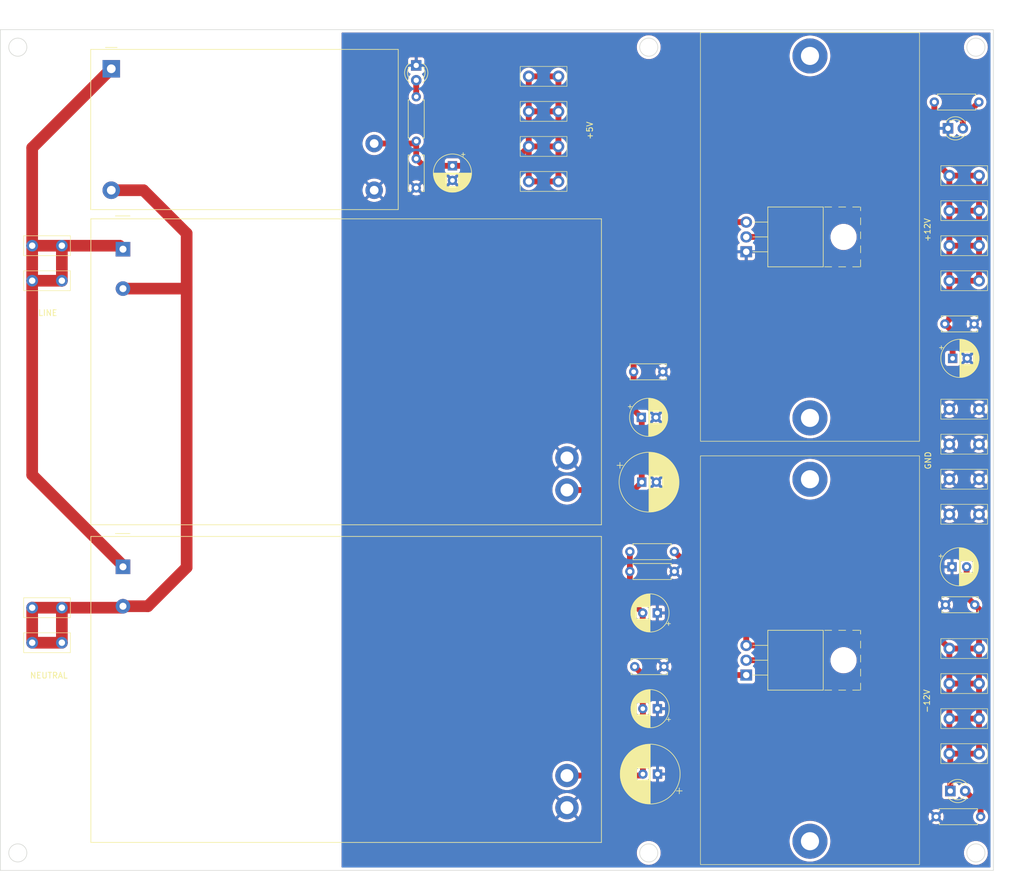
<source format=kicad_pcb>
(kicad_pcb (version 20221018) (generator pcbnew)
  (layers (0 "F.Cu" signal) (31 "B.Cu" signal) (34 "B.Paste" user) (35 "F.Paste" user) (36 "B.SilkS" user "B.Silkscreen") (37 "F.SilkS" user "F.Silkscreen") (38 "B.Mask" user) (39 "F.Mask" user) (44 "Edge.Cuts" user))
  (net 0 "")
  (net 1 "+15V")
  (net 2 "GND")
  (net 3 "+12V")
  (net 4 "-15V")
  (net 5 "-12V")
  (net 6 "Net-(U2-ADJ)")
  (net 7 "Net-(D1-A)")
  (net 8 "Net-(D2-A)")
  (net 9 "Net-(D3-A)")
  (net 10 "+5V")
  (net 11 "NEUT")
  (net 12 "LINE")
  (footprint "Package_TO_SOT_THT:TO-220-3_Horizontal_TabUp" (layer "F.Cu") (at 161.69 126.84 90)
    (fp_text reference "U2" hide)
    (fp_text value "LT1033C")
    (pad "" np_thru_hole oval (at 2.54 16.66 90) (size 3.5 3.5) (drill 3.5) (layers "*.Cu" "*.Mask"))
    (pad "1" thru_hole rect (at 0 0 90) (size 1.905 2) (drill 1.1) (layers "*.Cu" "*.Mask") (net 6 "Net-(U2-ADJ)"))
    (pad "2" thru_hole oval (at 2.54 0 90) (size 1.905 2) (drill 1.1) (layers "*.Cu" "*.Mask") (net 4 "-15V"))
    (pad "3" thru_hole oval (at 5.08 0 90) (size 1.905 2) (drill 1.1) (layers "*.Cu" "*.Mask") (net 5 "-12V"))
  )
  (footprint "Resistor_THT:R_Axial_DIN0207_L6.3mm_D2.5mm_P7.62mm_Horizontal" (layer "F.Cu") (at 141.772323 105.7)
    (fp_text reference "R1" hide)
    (fp_text value "120")
    (pad "1" thru_hole circle (at 0 0) (size 1.6 1.6) (drill 0.8) (layers "*.Cu" "*.Mask") (net 6 "Net-(U2-ADJ)"))
    (pad "2" thru_hole oval (at 7.62 0) (size 1.6 1.6) (drill 0.8) (layers "*.Cu" "*.Mask") (net 5 "-12V"))
  )
  (footprint "AlexCustom:SPADE" (layer "F.Cu") (at 42 53.3 90)
    (fp_text reference "J2" hide)
    (fp_text value "Conn_01x01")
    (pad "1" thru_hole circle (at 0 -2.54 90) (size 2 2) (drill 1.1) (layers "*.Cu" "*.Mask") (net 12 "LINE"))
    (pad "1" thru_hole circle (at 0 2.54 90) (size 2 2) (drill 1.1) (layers "*.Cu" "*.Mask") (net 12 "LINE"))
  )
  (footprint "Capacitor_THT:CP_Radial_D6.3mm_P2.50mm" (layer "F.Cu") (at 146.48238 132.6 180)
    (fp_text reference "C3" hide)
    (fp_text value "10u")
    (pad "1" thru_hole rect (at 0 0 180) (size 1.6 1.6) (drill 0.8) (layers "*.Cu" "*.Mask") (net 2 "GND"))
    (pad "2" thru_hole circle (at 2.5 0 180) (size 1.6 1.6) (drill 0.8) (layers "*.Cu" "*.Mask") (net 4 "-15V"))
  )
  (footprint "Capacitor_THT:CP_Radial_D10.0mm_P2.50mm" (layer "F.Cu") (at 143.8 93.8)
    (fp_text reference "C6" hide)
    (fp_text value "100u")
    (pad "1" thru_hole rect (at 0 0) (size 1.6 1.6) (drill 0.8) (layers "*.Cu" "*.Mask") (net 1 "+15V"))
    (pad "2" thru_hole circle (at 2.5 0) (size 1.6 1.6) (drill 0.8) (layers "*.Cu" "*.Mask") (net 2 "GND"))
  )
  (footprint "AlexCustom:SPADE" (layer "F.Cu") (at 199 99.3 90)
    (fp_text reference "J8" hide)
    (fp_text value "Conn_01x01")
    (pad "1" thru_hole circle (at 0 -2.54 90) (size 2 2) (drill 1.1) (layers "*.Cu" "*.Mask") (net 2 "GND"))
    (pad "1" thru_hole circle (at 0 2.54 90) (size 2 2) (drill 1.1) (layers "*.Cu" "*.Mask") (net 2 "GND"))
  )
  (footprint "AlexCustom:SPADE" (layer "F.Cu") (at 199 140.3 90)
    (fp_text reference "J11" hide)
    (fp_text value "Conn_01x01")
    (pad "1" thru_hole circle (at 0 -2.54 90) (size 2 2) (drill 1.1) (layers "*.Cu" "*.Mask") (net 5 "-12V"))
    (pad "1" thru_hole circle (at 0 2.54 90) (size 2 2) (drill 1.1) (layers "*.Cu" "*.Mask") (net 5 "-12V"))
  )
  (footprint "Capacitor_THT:CP_Radial_D6.3mm_P2.50mm" (layer "F.Cu") (at 146.464702 116.2 180)
    (fp_text reference "C5" hide)
    (fp_text value "10u")
    (pad "1" thru_hole rect (at 0 0 180) (size 1.6 1.6) (drill 0.8) (layers "*.Cu" "*.Mask") (net 2 "GND"))
    (pad "2" thru_hole circle (at 2.5 0 180) (size 1.6 1.6) (drill 0.8) (layers "*.Cu" "*.Mask") (net 6 "Net-(U2-ADJ)"))
  )
  (footprint "AlexCustom:SPADE" (layer "F.Cu") (at 199 134.3 90)
    (fp_text reference "J12" hide)
    (fp_text value "Conn_01x01")
    (pad "1" thru_hole circle (at 0 -2.54 90) (size 2 2) (drill 1.1) (layers "*.Cu" "*.Mask") (net 5 "-12V"))
    (pad "1" thru_hole circle (at 0 2.54 90) (size 2 2) (drill 1.1) (layers "*.Cu" "*.Mask") (net 5 "-12V"))
  )
  (footprint "AlexCustom:SPADE" (layer "F.Cu") (at 42 59.3 90)
    (fp_text reference "J20" hide)
    (fp_text value "Conn_01x01")
    (pad "1" thru_hole circle (at 0 -2.54 90) (size 2 2) (drill 1.1) (layers "*.Cu" "*.Mask") (net 12 "LINE"))
    (pad "1" thru_hole circle (at 0 2.54 90) (size 2 2) (drill 1.1) (layers "*.Cu" "*.Mask") (net 12 "LINE"))
  )
  (footprint "LED_THT:LED_D3.0mm" (layer "F.Cu") (at 105.2 22.425 -90)
    (fp_text reference "D2" hide)
    (fp_text value "LED")
    (pad "1" thru_hole rect (at 0 0 270) (size 1.8 1.8) (drill 0.9) (layers "*.Cu" "*.Mask") (net 2 "GND"))
    (pad "2" thru_hole circle (at 2.54 0 270) (size 1.8 1.8) (drill 0.9) (layers "*.Cu" "*.Mask") (net 8 "Net-(D2-A)"))
  )
  (footprint "AlexCustom:SK64" (layer "F.Cu") (at 172.6 51.8 90)
    (fp_text reference "HS1" hide)
    (fp_text value "Heatsink")
    (pad "" thru_hole circle (at -31 0 90) (size 6 6) (drill 3.1) (layers "*.Cu" "*.Mask"))
    (pad "" thru_hole circle (at 31 0 90) (size 6 6) (drill 3.1) (layers "*.Cu" "*.Mask"))
  )
  (footprint "AlexCustom:SPADE" (layer "F.Cu") (at 127 36.3 90)
    (fp_text reference "J16" hide)
    (fp_text value "Conn_01x01")
    (pad "1" thru_hole circle (at 0 -2.54 90) (size 2 2) (drill 1.1) (layers "*.Cu" "*.Mask") (net 10 "+5V"))
    (pad "1" thru_hole circle (at 0 2.54 90) (size 2 2) (drill 1.1) (layers "*.Cu" "*.Mask") (net 10 "+5V"))
  )
  (footprint "AlexCustom:SPADE" (layer "F.Cu") (at 199 41.3 90)
    (fp_text reference "J6" hide)
    (fp_text value "Conn_01x01")
    (pad "1" thru_hole circle (at 0 -2.54 90) (size 2 2) (drill 1.1) (layers "*.Cu" "*.Mask") (net 3 "+12V"))
    (pad "1" thru_hole circle (at 0 2.54 90) (size 2 2) (drill 1.1) (layers "*.Cu" "*.Mask") (net 3 "+12V"))
  )
  (footprint "LED_THT:LED_D3.0mm" (layer "F.Cu") (at 196.225 33.2)
    (fp_text reference "D1" hide)
    (fp_text value "LED")
    (pad "1" thru_hole rect (at 0 0) (size 1.8 1.8) (drill 0.9) (layers "*.Cu" "*.Mask") (net 2 "GND"))
    (pad "2" thru_hole circle (at 2.54 0) (size 1.8 1.8) (drill 0.9) (layers "*.Cu" "*.Mask") (net 7 "Net-(D1-A)"))
  )
  (footprint "Converter_ACDC:Converter_ACDC_MeanWell_IRM-60-xx_THT" (layer "F.Cu") (at 55 53.9)
    (fp_text reference "PS2" hide)
    (fp_text value "IRM-60-15")
    (pad "1" thru_hole rect (at 0 0) (size 2.5 2.5) (drill 1.2) (layers "*.Cu" "*.Mask") (net 12 "LINE"))
    (pad "2" thru_hole circle (at 0 6.75) (size 2.5 2.5) (drill 1.2) (layers "*.Cu" "*.Mask") (net 11 "NEUT"))
    (pad "3" thru_hole circle (at 76 41.25) (size 4 4) (drill 2.2) (layers "*.Cu" "*.Mask") (net 1 "+15V"))
    (pad "4" thru_hole circle (at 76 35.75) (size 4 4) (drill 2.2) (layers "*.Cu" "*.Mask") (net 2 "GND"))
  )
  (footprint "Capacitor_THT:C_Disc_D6.0mm_W2.5mm_P5.00mm" (layer "F.Cu") (at 195.8 114.8)
    (fp_text reference "C13" hide)
    (fp_text value "100n")
    (pad "1" thru_hole circle (at 0 0) (size 1.6 1.6) (drill 0.8) (layers "*.Cu" "*.Mask") (net 2 "GND"))
    (pad "2" thru_hole circle (at 5 0) (size 1.6 1.6) (drill 0.8) (layers "*.Cu" "*.Mask") (net 5 "-12V"))
  )
  (footprint "Capacitor_THT:C_Disc_D6.0mm_W2.5mm_P5.00mm" (layer "F.Cu") (at 142.417677 74.9)
    (fp_text reference "C11" hide)
    (fp_text value "100n")
    (pad "1" thru_hole circle (at 0 0) (size 1.6 1.6) (drill 0.8) (layers "*.Cu" "*.Mask") (net 1 "+15V"))
    (pad "2" thru_hole circle (at 5 0) (size 1.6 1.6) (drill 0.8) (layers "*.Cu" "*.Mask") (net 2 "GND"))
  )
  (footprint "LED_THT:LED_D3.0mm" (layer "F.Cu") (at 196.625 146.7)
    (fp_text reference "D3" hide)
    (fp_text value "LED")
    (pad "1" thru_hole rect (at 0 0) (size 1.8 1.8) (drill 0.9) (layers "*.Cu" "*.Mask") (net 5 "-12V"))
    (pad "2" thru_hole circle (at 2.54 0) (size 1.8 1.8) (drill 0.9) (layers "*.Cu" "*.Mask") (net 9 "Net-(D3-A)"))
  )
  (footprint "Resistor_THT:R_Axial_DIN0207_L6.3mm_D2.5mm_P7.62mm_Horizontal" (layer "F.Cu") (at 105.2 35.41 90)
    (fp_text reference "R3" hide)
    (fp_text value "1k")
    (pad "1" thru_hole circle (at 0 0 90) (size 1.6 1.6) (drill 0.8) (layers "*.Cu" "*.Mask") (net 10 "+5V"))
    (pad "2" thru_hole oval (at 7.62 0 90) (size 1.6 1.6) (drill 0.8) (layers "*.Cu" "*.Mask") (net 8 "Net-(D2-A)"))
  )
  (footprint "Package_TO_SOT_THT:TO-220-3_Horizontal_TabUp" (layer "F.Cu") (at 161.69 54.34 90)
    (fp_text reference "U1" hide)
    (fp_text value "LT1084-12")
    (pad "" np_thru_hole oval (at 2.54 16.66 90) (size 3.5 3.5) (drill 3.5) (layers "*.Cu" "*.Mask"))
    (pad "1" thru_hole rect (at 0 0 90) (size 1.905 2) (drill 1.1) (layers "*.Cu" "*.Mask") (net 2 "GND"))
    (pad "2" thru_hole oval (at 2.54 0 90) (size 1.905 2) (drill 1.1) (layers "*.Cu" "*.Mask") (net 3 "+12V"))
    (pad "3" thru_hole oval (at 5.08 0 90) (size 1.905 2) (drill 1.1) (layers "*.Cu" "*.Mask") (net 1 "+15V"))
  )
  (footprint "AlexCustom:SPADE" (layer "F.Cu") (at 199 128.3 90)
    (fp_text reference "J13" hide)
    (fp_text value "Conn_01x01")
    (pad "1" thru_hole circle (at 0 -2.54 90) (size 2 2) (drill 1.1) (layers "*.Cu" "*.Mask") (net 5 "-12V"))
    (pad "1" thru_hole circle (at 0 2.54 90) (size 2 2) (drill 1.1) (layers "*.Cu" "*.Mask") (net 5 "-12V"))
  )
  (footprint "Capacitor_THT:C_Disc_D6.0mm_W2.5mm_P5.00mm" (layer "F.Cu") (at 147.6 125.4 180)
    (fp_text reference "C12" hide)
    (fp_text value "100n")
    (pad "1" thru_hole circle (at 0 0 180) (size 1.6 1.6) (drill 0.8) (layers "*.Cu" "*.Mask") (net 2 "GND"))
    (pad "2" thru_hole circle (at 5 0 180) (size 1.6 1.6) (drill 0.8) (layers "*.Cu" "*.Mask") (net 4 "-15V"))
  )
  (footprint "AlexCustom:SPADE" (layer "F.Cu") (at 199 59.3 90)
    (fp_text reference "J3" hide)
    (fp_text value "Conn_01x01")
    (pad "1" thru_hole circle (at 0 -2.54 90) (size 2 2) (drill 1.1) (layers "*.Cu" "*.Mask") (net 3 "+12V"))
    (pad "1" thru_hole circle (at 0 2.54 90) (size 2 2) (drill 1.1) (layers "*.Cu" "*.Mask") (net 3 "+12V"))
  )
  (footprint "Resistor_THT:R_Axial_DIN0207_L6.3mm_D2.5mm_P7.62mm_Horizontal" (layer "F.Cu") (at 193.89 28.7)
    (fp_text reference "R2" hide)
    (fp_text value "2.2k")
    (pad "1" thru_hole circle (at 0 0) (size 1.6 1.6) (drill 0.8) (layers "*.Cu" "*.Mask") (net 3 "+12V"))
    (pad "2" thru_hole oval (at 7.62 0) (size 1.6 1.6) (drill 0.8) (layers "*.Cu" "*.Mask") (net 7 "Net-(D1-A)"))
  )
  (footprint "AlexCustom:SPADE" (layer "F.Cu") (at 127 24.3 90)
    (fp_text reference "J18" hide)
    (fp_text value "Conn_01x01")
    (pad "1" thru_hole circle (at 0 -2.54 90) (size 2 2) (drill 1.1) (layers "*.Cu" "*.Mask") (net 10 "+5V"))
    (pad "1" thru_hole circle (at 0 2.54 90) (size 2 2) (drill 1.1) (layers "*.Cu" "*.Mask") (net 10 "+5V"))
  )
  (footprint "AlexCustom:SPADE" (layer "F.Cu") (at 42 115.3 90)
    (fp_text reference "J1" hide)
    (fp_text value "Conn_01x01")
    (pad "1" thru_hole circle (at 0 -2.54 90) (size 2 2) (drill 1.1) (layers "*.Cu" "*.Mask") (net 11 "NEUT"))
    (pad "1" thru_hole circle (at 0 2.54 90) (size 2 2) (drill 1.1) (layers "*.Cu" "*.Mask") (net 11 "NEUT"))
  )
  (footprint "AlexCustom:SPADE" (layer "F.Cu") (at 199 122.3 90)
    (fp_text reference "J14" hide)
    (fp_text value "Conn_01x01")
    (pad "1" thru_hole circle (at 0 -2.54 90) (size 2 2) (drill 1.1) (layers "*.Cu" "*.Mask") (net 5 "-12V"))
    (pad "1" thru_hole circle (at 0 2.54 90) (size 2 2) (drill 1.1) (layers "*.Cu" "*.Mask") (net 5 "-12V"))
  )
  (footprint "AlexCustom:SPADE" (layer "F.Cu") (at 199 87.3 90)
    (fp_text reference "J10" hide)
    (fp_text value "Conn_01x01")
    (pad "1" thru_hole circle (at 0 -2.54 90) (size 2 2) (drill 1.1) (layers "*.Cu" "*.Mask") (net 2 "GND"))
    (pad "1" thru_hole circle (at 0 2.54 90) (size 2 2) (drill 1.1) (layers "*.Cu" "*.Mask") (net 2 "GND"))
  )
  (footprint "AlexCustom:SPADE" (layer "F.Cu") (at 127 30.3 90)
    (fp_text reference "J17" hide)
    (fp_text value "Conn_01x01")
    (pad "1" thru_hole circle (at 0 -2.54 90) (size 2 2) (drill 1.1) (layers "*.Cu" "*.Mask") (net 10 "+5V"))
    (pad "1" thru_hole circle (at 0 2.54 90) (size 2 2) (drill 1.1) (layers "*.Cu" "*.Mask") (net 10 "+5V"))
  )
  (footprint "AlexCustom:SPADE" (layer "F.Cu") (at 199 93.3 90)
    (fp_text reference "J9" hide)
    (fp_text value "Conn_01x01")
    (pad "1" thru_hole circle (at 0 -2.54 90) (size 2 2) (drill 1.1) (layers "*.Cu" "*.Mask") (net 2 "GND"))
    (pad "1" thru_hole circle (at 0 2.54 90) (size 2 2) (drill 1.1) (layers "*.Cu" "*.Mask") (net 2 "GND"))
  )
  (footprint "AlexCustom:SPADE" (layer "F.Cu") (at 127 42.3 90)
    (fp_text reference "J15" hide)
    (fp_text value "Conn_01x01")
    (pad "1" thru_hole circle (at 0 -2.54 90) (size 2 2) (drill 1.1) (layers "*.Cu" "*.Mask") (net 10 "+5V"))
    (pad "1" thru_hole circle (at 0 2.54 90) (size 2 2) (drill 1.1) (layers "*.Cu" "*.Mask") (net 10 "+5V"))
  )
  (footprint "Capacitor_THT:C_Disc_D6.0mm_W2.5mm_P5.00mm" (layer "F.Cu") (at 195.7 66.7)
    (fp_text reference "C10" hide)
    (fp_text value "100n")
    (pad "1" thru_hole circle (at 0 0) (size 1.6 1.6) (drill 0.8) (layers "*.Cu" "*.Mask") (net 3 "+12V"))
    (pad "2" thru_hole circle (at 5 0) (size 1.6 1.6) (drill 0.8) (layers "*.Cu" "*.Mask") (net 2 "GND"))
  )
  (footprint "AlexCustom:SPADE" (layer "F.Cu") (at 42 121.3 90)
    (fp_text reference "J19" hide)
    (fp_text value "Conn_01x01")
    (pad "1" thru_hole circle (at 0 -2.54 90) (size 2 2) (drill 1.1) (layers "*.Cu" "*.Mask") (net 11 "NEUT"))
    (pad "1" thru_hole circle (at 0 2.54 90) (size 2 2) (drill 1.1) (layers "*.Cu" "*.Mask") (net 11 "NEUT"))
  )
  (footprint "Converter_ACDC:Converter_ACDC_MeanWell_IRM-60-xx_THT" (layer "F.Cu") (at 55 108.3)
    (fp_text reference "PS3" hide)
    (fp_text value "IRM-60-15")
    (pad "1" thru_hole rect (at 0 0) (size 2.5 2.5) (drill 1.2) (layers "*.Cu" "*.Mask") (net 12 "LINE"))
    (pad "2" thru_hole circle (at 0 6.75) (size 2.5 2.5) (drill 1.2) (layers "*.Cu" "*.Mask") (net 11 "NEUT"))
    (pad "3" thru_hole circle (at 76 41.25) (size 4 4) (drill 2.2) (layers "*.Cu" "*.Mask") (net 2 "GND"))
    (pad "4" thru_hole circle (at 76 35.75) (size 4 4) (drill 2.2) (layers "*.Cu" "*.Mask") (net 4 "-15V"))
  )
  (footprint "Converter_ACDC:Converter_ACDC_MeanWell_IRM-20-xx_THT" (layer "F.Cu") (at 53 23)
    (fp_text reference "PS1" hide)
    (fp_text value "IRM-20-5")
    (pad "1" thru_hole rect (at 0 0) (size 3 3) (drill 1.5) (layers "*.Cu" "*.Mask") (net 12 "LINE"))
    (pad "2" thru_hole circle (at 0 20.8) (size 3 3) (drill 1.5) (layers "*.Cu" "*.Mask") (net 11 "NEUT"))
    (pad "3" thru_hole circle (at 45 20.8) (size 3 3) (drill 1.5) (layers "*.Cu" "*.Mask") (net 2 "GND"))
    (pad "4" thru_hole circle (at 45 12.8) (size 3 3) (drill 1.5) (layers "*.Cu" "*.Mask") (net 10 "+5V"))
  )
  (footprint "Capacitor_THT:CP_Radial_D6.3mm_P2.50mm" (layer "F.Cu") (at 143.735297 82.7)
    (fp_text reference "C1" hide)
    (fp_text value "10u")
    (pad "1" thru_hole rect (at 0 0) (size 1.6 1.6) (drill 0.8) (layers "*.Cu" "*.Mask") (net 1 "+15V"))
    (pad "2" thru_hole circle (at 2.5 0) (size 1.6 1.6) (drill 0.8) (layers "*.Cu" "*.Mask") (net 2 "GND"))
  )
  (footprint "Capacitor_THT:CP_Radial_D10.0mm_P2.50mm" (layer "F.Cu") (at 146.5 143.8 180)
    (fp_text reference "C7" hide)
    (fp_text value "100u")
    (pad "1" thru_hole rect (at 0 0 180) (size 1.6 1.6) (drill 0.8) (layers "*.Cu" "*.Mask") (net 2 "GND"))
    (pad "2" thru_hole circle (at 2.5 0 180) (size 1.6 1.6) (drill 0.8) (layers "*.Cu" "*.Mask") (net 4 "-15V"))
  )
  (footprint "Capacitor_THT:CP_Radial_D6.3mm_P2.50mm" (layer "F.Cu") (at 197.017621 72.6)
    (fp_text reference "C2" hide)
    (fp_text value "10u")
    (pad "1" thru_hole rect (at 0 0) (size 1.6 1.6) (drill 0.8) (layers "*.Cu" "*.Mask") (net 3 "+12V"))
    (pad "2" thru_hole circle (at 2.5 0) (size 1.6 1.6) (drill 0.8) (layers "*.Cu" "*.Mask") (net 2 "GND"))
  )
  (footprint "AlexCustom:SK64" (layer "F.Cu") (at 172.6 124.3 90)
    (fp_text reference "HS2" hide)
    (fp_text value "Heatsink")
    (pad "" thru_hole circle (at -31 0 90) (size 6 6) (drill 3.1) (layers "*.Cu" "*.Mask"))
    (pad "" thru_hole circle (at 31 0 90) (size 6 6) (drill 3.1) (layers "*.Cu" "*.Mask"))
  )
  (footprint "Resistor_THT:R_Axial_DIN0207_L6.3mm_D2.5mm_P7.62mm_Horizontal" (layer "F.Cu") (at 194.19 151.1)
    (fp_text reference "R4" hide)
    (fp_text value "2.2k")
    (pad "1" thru_hole circle (at 0 0) (size 1.6 1.6) (drill 0.8) (layers "*.Cu" "*.Mask") (net 2 "GND"))
    (pad "2" thru_hole oval (at 7.62 0) (size 1.6 1.6) (drill 0.8) (layers "*.Cu" "*.Mask") (net 9 "Net-(D3-A)"))
  )
  (footprint "AlexCustom:SPADE" (layer "F.Cu") (at 199 47.3 90)
    (fp_text reference "J5" hide)
    (fp_text value "Conn_01x01")
    (pad "1" thru_hole circle (at 0 -2.54 90) (size 2 2) (drill 1.1) (layers "*.Cu" "*.Mask") (net 3 "+12V"))
    (pad "1" thru_hole circle (at 0 2.54 90) (size 2 2) (drill 1.1) (layers "*.Cu" "*.Mask") (net 3 "+12V"))
  )
  (footprint "Capacitor_THT:C_Disc_D6.0mm_W2.5mm_P5.00mm" (layer "F.Cu") (at 105.2 38.4 -90)
    (fp_text reference "C9" hide)
    (fp_text value "100n")
    (pad "1" thru_hole circle (at 0 0 270) (size 1.6 1.6) (drill 0.8) (layers "*.Cu" "*.Mask") (net 10 "+5V"))
    (pad "2" thru_hole circle (at 5 0 270) (size 1.6 1.6) (drill 0.8) (layers "*.Cu" "*.Mask") (net 2 "GND"))
  )
  (footprint "AlexCustom:SPADE" (layer "F.Cu") (at 199 81.3 90)
    (fp_text reference "J7" hide)
    (fp_text value "Conn_01x01")
    (pad "1" thru_hole circle (at 0 -2.54 90) (size 2 2) (drill 1.1) (layers "*.Cu" "*.Mask") (net 2 "GND"))
    (pad "1" thru_hole circle (at 0 2.54 90) (size 2 2) (drill 1.1) (layers "*.Cu" "*.Mask") (net 2 "GND"))
  )
  (footprint "Resistor_THT:R_Axial_DIN0207_L6.3mm_D2.5mm_P7.62mm_Horizontal" (layer "F.Cu") (at 149.392323 109.1 180)
    (fp_text reference "R5" hide)
    (fp_text value "860")
    (pad "1" thru_hole circle (at 0 0 180) (size 1.6 1.6) (drill 0.8) (layers "*.Cu" "*.Mask") (net 2 "GND"))
    (pad "2" thru_hole oval (at 7.62 0 180) (size 1.6 1.6) (drill 0.8) (layers "*.Cu" "*.Mask") (net 6 "Net-(U2-ADJ)"))
  )
  (footprint "AlexCustom:SPADE" (layer "F.Cu") (at 199 53.3 90)
    (fp_text reference "J4" hide)
    (fp_text value "Conn_01x01")
    (pad "1" thru_hole circle (at 0 -2.54 90) (size 2 2) (drill 1.1) (layers "*.Cu" "*.Mask") (net 3 "+12V"))
    (pad "1" thru_hole circle (at 0 2.54 90) (size 2 2) (drill 1.1) (layers "*.Cu" "*.Mask") (net 3 "+12V"))
  )
  (footprint "Capacitor_THT:CP_Radial_D6.3mm_P2.50mm" (layer "F.Cu") (at 196.917621 108.3)
    (fp_text reference "C4" hide)
    (fp_text value "10u")
    (pad "1" thru_hole rect (at 0 0) (size 1.6 1.6) (drill 0.8) (layers "*.Cu" "*.Mask") (net 2 "GND"))
    (pad "2" thru_hole circle (at 2.5 0) (size 1.6 1.6) (drill 0.8) (layers "*.Cu" "*.Mask") (net 5 "-12V"))
  )
  (footprint "Capacitor_THT:CP_Radial_D6.3mm_P2.50mm" (layer "F.Cu") (at 111.4 39.617621 -90)
    (fp_text reference "C8" hide)
    (fp_text value "10u")
    (pad "1" thru_hole rect (at 0 0 270) (size 1.6 1.6) (drill 0.8) (layers "*.Cu" "*.Mask") (net 10 "+5V"))
    (pad "2" thru_hole circle (at 2.5 0 270) (size 1.6 1.6) (drill 0.8) (layers "*.Cu" "*.Mask") (net 2 "GND"))
  )
  (gr_circle (center 37 19.3) (end 38.55 19.3) (stroke (width 0.1)) (fill none) (layer "Edge.Cuts"))
  (gr_circle (center 37 157.3) (end 38.55 157.3) (stroke (width 0.1)) (fill none) (layer "Edge.Cuts"))
  (gr_circle (center 201 157.3) (end 202.55 157.3) (stroke (width 0.1)) (fill none) (layer "Edge.Cuts"))
  (gr_circle (center 145 19.3) (end 146.55 19.3) (stroke (width 0.1)) (fill none) (layer "Edge.Cuts"))
  (gr_circle (center 145 157.3) (end 146.55 157.3) (stroke (width 0.1)) (fill none) (layer "Edge.Cuts"))
  (gr_circle (center 201 19.3) (end 202.55 19.3) (stroke (width 0.1)) (fill none) (layer "Edge.Cuts"))
  (gr_rect (start 34 16.3) (end 204 160.3) (stroke (width 0.1)) (fill none) (layer "Edge.Cuts"))
  (gr_text "NEUTRAL" (at 39 127.5) (layer "F.SilkS") (effects (font (size 1 1)) (justify left bottom)))
  (gr_text "LINE" (at 40.4 65.4) (layer "F.SilkS") (effects (font (size 1 1)) (justify left bottom)))
  (gr_text "+12V" (at 193.3 52.7 90) (layer "F.SilkS") (effects (font (size 1 1)) (justify left bottom)))
  (gr_text "+5V" (at 135.5 35.2 90) (layer "F.SilkS") (effects (font (size 1 1)) (justify left bottom)))
  (gr_text "GND" (at 193.4 91.7 90) (layer "F.SilkS") (effects (font (size 1 1)) (justify left bottom)))
  (gr_text "-12V" (at 193.2 133.4 90) (layer "F.SilkS") (effects (font (size 1 1)) (justify left bottom)))
  (segment (start 142.417677 81.38238) (end 143.735297 82.7) (width 1) (layer "F.Cu") (net 1))
  (segment (start 143.8 82.764703) (end 143.735297 82.7) (width 1) (layer "F.Cu") (net 1))
  (segment (start 142.417677 74.9) (end 142.417677 56.182323) (width 1) (layer "F.Cu") (net 1))
  (segment (start 143.8 93.8) (end 143.8 82.764703) (width 1) (layer "F.Cu") (net 1))
  (segment (start 142.417677 56.182323) (end 149.34 49.26) (width 1) (layer "F.Cu") (net 1))
  (segment (start 149.34 49.26) (end 161.69 49.26) (width 1) (layer "F.Cu") (net 1))
  (segment (start 131 95.15) (end 142.45 95.15) (width 1) (layer "F.Cu") (net 1))
  (segment (start 142.417677 74.9) (end 142.417677 81.38238) (width 1) (layer "F.Cu") (net 1))
  (segment (start 142.45 95.15) (end 143.8 93.8) (width 1) (layer "F.Cu") (net 1))
  (segment (start 196.46 65.94) (end 195.7 66.7) (width 1) (layer "F.Cu") (net 3))
  (segment (start 197.017621 68.017621) (end 195.7 66.7) (width 1) (layer "F.Cu") (net 3))
  (segment (start 201.54 47.3) (end 196.46 47.3) (width 1) (layer "F.Cu") (net 3))
  (segment (start 201.54 59.3) (end 201.54 41.3) (width 1) (layer "F.Cu") (net 3))
  (segment (start 201.54 41.3) (end 196.46 41.3) (width 1) (layer "F.Cu") (net 3))
  (segment (start 168.3 51.8) (end 181.37 38.73) (width 1) (layer "F.Cu") (net 3))
  (segment (start 181.37 38.73) (end 193.89 38.73) (width 1) (layer "F.Cu") (net 3))
  (segment (start 201.54 53.3) (end 196.46 53.3) (width 1) (layer "F.Cu") (net 3))
  (segment (start 196.46 59.3) (end 196.46 65.94) (width 1) (layer "F.Cu") (net 3))
  (segment (start 197.017621 72.6) (end 197.017621 68.017621) (width 1) (layer "F.Cu") (net 3))
  (segment (start 193.89 28.7) (end 193.89 38.73) (width 1) (layer "F.Cu") (net 3))
  (segment (start 196.46 41.3) (end 196.46 59.3) (width 1) (layer "F.Cu") (net 3))
  (segment (start 193.89 38.73) (end 196.46 41.3) (width 1) (layer "F.Cu") (net 3))
  (segment (start 196.46 59.3) (end 201.54 59.3) (width 1) (layer "F.Cu") (net 3))
  (segment (start 161.69 51.8) (end 168.3 51.8) (width 1) (layer "F.Cu") (net 3))
  (segment (start 166.3 135.7) (end 163.2 138.8) (width 1) (layer "F.Cu") (net 4))
  (segment (start 161.69 124.3) (end 164.8 124.3) (width 1) (layer "F.Cu") (net 4))
  (segment (start 144 132.61762) (end 143.98238 132.6) (width 1) (layer "F.Cu") (net 4))
  (segment (start 164.8 124.3) (end 166.3 125.8) (width 1) (layer "F.Cu") (net 4))
  (segment (start 163.2 138.8) (end 144 138.8) (width 1) (layer "F.Cu") (net 4))
  (segment (start 144 138.8) (end 144 132.61762) (width 1) (layer "F.Cu") (net 4))
  (segment (start 144 143.8) (end 144 138.8) (width 1) (layer "F.Cu") (net 4))
  (segment (start 143.98238 126.78238) (end 142.6 125.4) (width 1) (layer "F.Cu") (net 4))
  (segment (start 131 144.05) (end 143.867677 144.05) (width 1) (layer "F.Cu") (net 4))
  (segment (start 166.3 125.8) (end 166.3 135.7) (width 1) (layer "F.Cu") (net 4))
  (segment (start 143.98238 132.6) (end 143.98238 126.78238) (width 1) (layer "F.Cu") (net 4))
  (segment (start 199.417621 108.3) (end 199.417621 113.417621) (width 1) (layer "F.Cu") (net 5))
  (segment (start 161.69 117.997677) (end 149.392323 105.7) (width 1) (layer "F.Cu") (net 5))
  (segment (start 201.54 134.3) (end 196.46 134.3) (width 1) (layer "F.Cu") (net 5))
  (segment (start 199.417621 113.417621) (end 200.8 114.8) (width 1) (layer "F.Cu") (net 5))
  (segment (start 201.54 140.3) (end 201.54 122.3) (width 1) (layer "F.Cu") (net 5))
  (segment (start 161.69 121.76) (end 168.34 121.76) (width 1) (layer "F.Cu") (net 5))
  (segment (start 201.54 140.3) (end 196.46 140.3) (width 1) (layer "F.Cu") (net 5))
  (segment (start 194.26 120.1) (end 196.46 122.3) (width 1) (layer "F.Cu") (net 5))
  (segment (start 201.54 115.54) (end 200.8 114.8) (width 1) (layer "F.Cu") (net 5))
  (segment (start 196.625 140.465) (end 196.46 140.3) (width 1) (layer "F.Cu") (net 5))
  (segment (start 196.625 146.7) (end 196.625 140.465) (width 1) (layer "F.Cu") (net 5))
  (segment (start 201.54 122.3) (end 201.54 115.54) (width 1) (layer "F.Cu") (net 5))
  (segment (start 168.34 121.76) (end 170 120.1) (width 1) (layer "F.Cu") (net 5))
  (segment (start 170 120.1) (end 194.26 120.1) (width 1) (layer "F.Cu") (net 5))
  (segment (start 161.69 121.76) (end 161.69 117.997677) (width 1) (layer "F.Cu") (net 5))
  (segment (start 201.54 122.3) (end 196.46 122.3) (width 1) (layer "F.Cu") (net 5))
  (segment (start 196.46 122.3) (end 196.46 140.3) (width 1) (layer "F.Cu") (net 5))
  (segment (start 201.54 128.3) (end 196.46 128.3) (width 1) (layer "F.Cu") (net 5))
  (segment (start 156.64 126.84) (end 150.4 120.6) (width 1) (layer "F.Cu") (net 6))
  (segment (start 150.4 120.6) (end 146.4 120.6) (width 1) (layer "F.Cu") (net 6))
  (segment (start 146.4 120.6) (end 143.964702 118.164702) (width 1) (layer "F.Cu") (net 6))
  (segment (start 161.69 126.84) (end 156.64 126.84) (width 1) (layer "F.Cu") (net 6))
  (segment (start 141.772323 114.007621) (end 143.964702 116.2) (width 1) (layer "F.Cu") (net 6))
  (segment (start 143.964702 118.164702) (end 143.964702 116.2) (width 1) (layer "F.Cu") (net 6))
  (segment (start 141.772323 105.7) (end 141.772323 109.1) (width 1) (layer "F.Cu") (net 6))
  (segment (start 141.772323 109.1) (end 141.772323 114.007621) (width 1) (layer "F.Cu") (net 6))
  (segment (start 198.765 33.2) (end 198.765 31.445) (width 1) (layer "F.Cu") (net 7))
  (segment (start 198.765 31.445) (end 201.51 28.7) (width 1) (layer "F.Cu") (net 7))
  (segment (start 105.2 27.79) (end 105.2 24.965) (width 1) (layer "F.Cu") (net 8))
  (segment (start 201.81 149.345) (end 199.165 146.7) (width 1) (layer "F.Cu") (net 9))
  (segment (start 201.81 151.1) (end 201.81 149.345) (width 1) (layer "F.Cu") (net 9))
  (segment (start 105.2 38.4) (end 105.2 35.41) (width 1) (layer "F.Cu") (net 10))
  (segment (start 129.54 30.3) (end 124.46 30.3) (width 1) (layer "F.Cu") (net 10))
  (segment (start 121.142379 39.617621) (end 124.46 36.3) (width 1) (layer "F.Cu") (net 10))
  (segment (start 106.417621 39.617621) (end 105.2 38.4) (width 1) (layer "F.Cu") (net 10))
  (segment (start 129.54 24.3) (end 124.46 24.3) (width 1) (layer "F.Cu") (net 10))
  (segment (start 98 35.8) (end 104.81 35.8) (width 1) (layer "F.Cu") (net 10))
  (segment (start 129.54 42.3) (end 124.46 42.3) (width 1) (layer "F.Cu") (net 10))
  (segment (start 104.81 35.8) (end 105.2 35.41) (width 1) (layer "F.Cu") (net 10))
  (segment (start 129.54 36.3) (end 124.46 36.3) (width 1) (layer "F.Cu") (net 10))
  (segment (start 111.4 39.617621) (end 106.417621 39.617621) (width 1) (layer "F.Cu") (net 10))
  (segment (start 124.46 24.3) (end 124.46 42.3) (width 1) (layer "F.Cu") (net 10))
  (segment (start 111.4 39.617621) (end 121.142379 39.617621) (width 1) (layer "F.Cu") (net 10))
  (segment (start 129.54 24.3) (end 129.54 42.3) (width 1) (layer "F.Cu") (net 10))
  (segment (start 65.85 60.65) (end 65.9 60.6) (width 2) (layer "F.Cu") (net 11))
  (segment (start 44.54 115.3) (end 54.75 115.3) (width 2) (layer "F.Cu") (net 11))
  (segment (start 44.54 115.3) (end 39.46 115.3) (width 2) (layer "F.Cu") (net 11))
  (segment (start 53 43.8) (end 58.5 43.8) (width 2) (layer "F.Cu") (net 11))
  (segment (start 55 60.65) (end 65.85 60.65) (width 2) (layer "F.Cu") (net 11))
  (segment (start 39.46 115.3) (end 39.46 121.3) (width 2) (layer "F.Cu") (net 11))
  (segment (start 65.9 108.4) (end 59.25 115.05) (width 2) (layer "F.Cu") (net 11))
  (segment (start 65.9 60.6) (end 65.9 108.4) (width 2) (layer "F.Cu") (net 11))
  (segment (start 44.54 121.3) (end 44.54 115.3) (width 2) (layer "F.Cu") (net 11))
  (segment (start 58.5 43.8) (end 65.9 51.2) (width 2) (layer "F.Cu") (net 11))
  (segment (start 44.54 121.3) (end 39.46 121.3) (width 2) (layer "F.Cu") (net 11))
  (segment (start 59.25 115.05) (end 55 115.05) (width 2) (layer "F.Cu") (net 11))
  (segment (start 54.75 115.3) (end 55 115.05) (width 2) (layer "F.Cu") (net 11))
  (segment (start 65.9 51.2) (end 65.9 60.6) (width 2) (layer "F.Cu") (net 11))
  (segment (start 44.54 53.3) (end 44.54 59.3) (width 2) (layer "F.Cu") (net 12))
  (segment (start 44.54 53.3) (end 39.46 53.3) (width 2) (layer "F.Cu") (net 12))
  (segment (start 55 108.3) (end 55 108.1) (width 2) (layer "F.Cu") (net 12))
  (segment (start 39.46 53.3) (end 39.46 36.54) (width 2) (layer "F.Cu") (net 12))
  (segment (start 39.46 53.3) (end 39.46 59.3) (width 2) (layer "F.Cu") (net 12))
  (segment (start 44.54 59.3) (end 39.46 59.3) (width 2) (layer "F.Cu") (net 12))
  (segment (start 39.46 36.54) (end 53 23) (width 2) (layer "F.Cu") (net 12))
  (segment (start 54.4 53.3) (end 55 53.9) (width 2) (layer "F.Cu") (net 12))
  (segment (start 39.46 92.56) (end 39.46 59.3) (width 2) (layer "F.Cu") (net 12))
  (segment (start 55 108.1) (end 39.46 92.56) (width 2) (layer "F.Cu") (net 12))
  (segment (start 44.54 53.3) (end 54.4 53.3) (width 2) (layer "F.Cu") (net 12))
  (zone (net 2) (net_name "GND") (layers "F&B.Cu") (connect_pads (clearance 0.5)) (min_thickness 0.25) (fill yes (thermal_gap 0.5) (thermal_bridge_width 0.5))
    (polygon (pts (xy 92.42 11.22) (xy 92.42 163.62) (xy 209.26 163.62) (xy 209.26 11.22)))
  )
)
</source>
